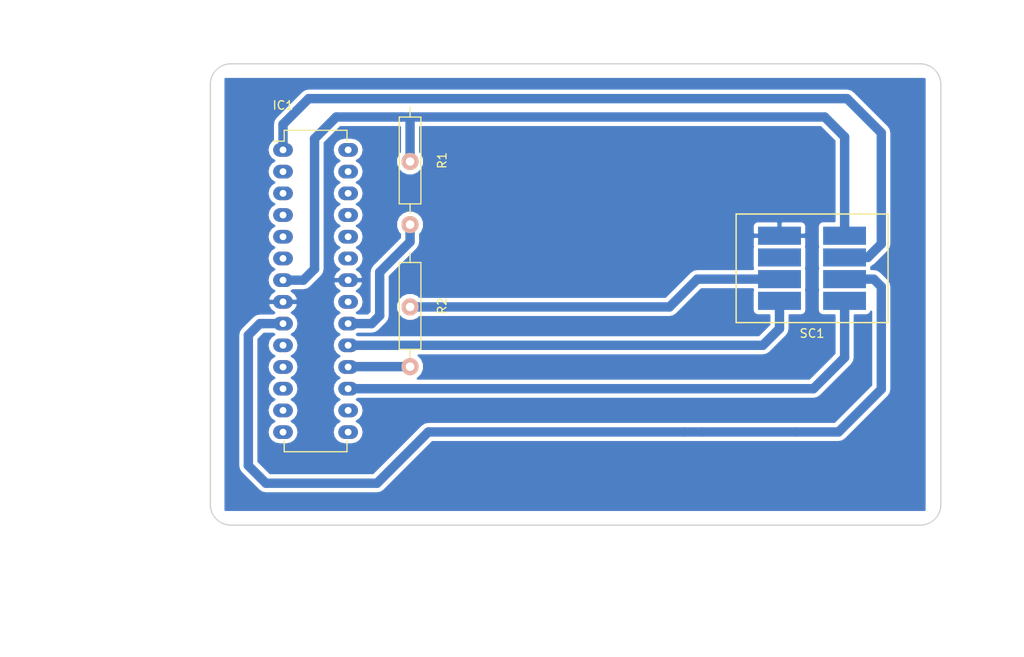
<source format=kicad_pcb>
(kicad_pcb (version 4) (host pcbnew 4.0.5+dfsg1-4)

  (general
    (links 19)
    (no_connects 1)
    (area 87.656999 52.985999 207.491001 129.894001)
    (thickness 1.6)
    (drawings 13)
    (tracks 51)
    (zones 0)
    (modules 4)
    (nets 28)
  )

  (page A4)
  (layers
    (0 F.Cu signal)
    (31 B.Cu signal)
    (32 B.Adhes user)
    (33 F.Adhes user)
    (34 B.Paste user)
    (35 F.Paste user)
    (36 B.SilkS user)
    (37 F.SilkS user)
    (38 B.Mask user)
    (39 F.Mask user)
    (40 Dwgs.User user)
    (41 Cmts.User user)
    (42 Eco1.User user)
    (43 Eco2.User user)
    (44 Edge.Cuts user)
    (45 Margin user)
    (46 B.CrtYd user)
    (47 F.CrtYd user)
    (48 B.Fab user)
    (49 F.Fab user)
  )

  (setup
    (last_trace_width 1.1)
    (user_trace_width 0.2)
    (trace_clearance 0.3)
    (zone_clearance 0.508)
    (zone_45_only yes)
    (trace_min 0.2)
    (segment_width 0.2)
    (edge_width 0.15)
    (via_size 0.6)
    (via_drill 0.5)
    (via_min_size 0.4)
    (via_min_drill 0.3)
    (uvia_size 0.3)
    (uvia_drill 0.1)
    (uvias_allowed no)
    (uvia_min_size 0.2)
    (uvia_min_drill 0.1)
    (pcb_text_width 0.3)
    (pcb_text_size 1.5 1.5)
    (mod_edge_width 0.15)
    (mod_text_size 1 1)
    (mod_text_width 0.15)
    (pad_size 2.3 1.6)
    (pad_drill 0.8)
    (pad_to_mask_clearance 0.2)
    (aux_axis_origin 112.268 60.452)
    (visible_elements FFFFFF7F)
    (pcbplotparams
      (layerselection 0x01000_80000000)
      (usegerberextensions false)
      (excludeedgelayer true)
      (linewidth 0.100000)
      (plotframeref false)
      (viasonmask false)
      (mode 1)
      (useauxorigin true)
      (hpglpennumber 1)
      (hpglpenspeed 20)
      (hpglpendiameter 15)
      (hpglpenoverlay 2)
      (psnegative false)
      (psa4output false)
      (plotreference true)
      (plotvalue true)
      (plotinvisibletext false)
      (padsonsilk false)
      (subtractmaskfromsilk false)
      (outputformat 1)
      (mirror false)
      (drillshape 0)
      (scaleselection 1)
      (outputdirectory gerber/))
  )

  (net 0 "")
  (net 1 "Net-(IC1-Pad1)")
  (net 2 "Net-(IC1-Pad2)")
  (net 3 "Net-(IC1-Pad3)")
  (net 4 "Net-(IC1-Pad4)")
  (net 5 "Net-(IC1-Pad5)")
  (net 6 "Net-(IC1-Pad6)")
  (net 7 +5V)
  (net 8 GND)
  (net 9 "Net-(IC1-Pad9)")
  (net 10 "Net-(IC1-Pad10)")
  (net 11 "Net-(IC1-Pad11)")
  (net 12 "Net-(IC1-Pad12)")
  (net 13 "Net-(IC1-Pad13)")
  (net 14 "Net-(IC1-Pad14)")
  (net 15 "Net-(IC1-Pad15)")
  (net 16 "Net-(IC1-Pad16)")
  (net 17 "Net-(IC1-Pad17)")
  (net 18 "Net-(IC1-Pad18)")
  (net 19 "Net-(IC1-Pad19)")
  (net 20 "Net-(IC1-Pad21)")
  (net 21 "Net-(IC1-Pad23)")
  (net 22 "Net-(IC1-Pad24)")
  (net 23 "Net-(IC1-Pad25)")
  (net 24 "Net-(IC1-Pad26)")
  (net 25 "Net-(IC1-Pad27)")
  (net 26 "Net-(IC1-Pad28)")
  (net 27 "Net-(R2-Pad1)")

  (net_class Default "Ceci est la Netclass par défaut"
    (clearance 0.3)
    (trace_width 1.1)
    (via_dia 0.6)
    (via_drill 0.5)
    (uvia_dia 0.3)
    (uvia_drill 0.1)
    (add_net +5V)
    (add_net GND)
    (add_net "Net-(IC1-Pad1)")
    (add_net "Net-(IC1-Pad10)")
    (add_net "Net-(IC1-Pad11)")
    (add_net "Net-(IC1-Pad12)")
    (add_net "Net-(IC1-Pad13)")
    (add_net "Net-(IC1-Pad14)")
    (add_net "Net-(IC1-Pad15)")
    (add_net "Net-(IC1-Pad16)")
    (add_net "Net-(IC1-Pad17)")
    (add_net "Net-(IC1-Pad18)")
    (add_net "Net-(IC1-Pad19)")
    (add_net "Net-(IC1-Pad2)")
    (add_net "Net-(IC1-Pad21)")
    (add_net "Net-(IC1-Pad23)")
    (add_net "Net-(IC1-Pad24)")
    (add_net "Net-(IC1-Pad25)")
    (add_net "Net-(IC1-Pad26)")
    (add_net "Net-(IC1-Pad27)")
    (add_net "Net-(IC1-Pad28)")
    (add_net "Net-(IC1-Pad3)")
    (add_net "Net-(IC1-Pad4)")
    (add_net "Net-(IC1-Pad5)")
    (add_net "Net-(IC1-Pad6)")
    (add_net "Net-(IC1-Pad9)")
    (add_net "Net-(R2-Pad1)")
  )

  (net_class petit ""
    (clearance 0.3)
    (trace_width 0.5)
    (via_dia 0.6)
    (via_drill 0.5)
    (uvia_dia 0.3)
    (uvia_drill 0.1)
  )

  (net_class pp ""
    (clearance 0.2)
    (trace_width 0.3)
    (via_dia 0.6)
    (via_drill 0.5)
    (uvia_dia 0.3)
    (uvia_drill 0.1)
  )

  (module Resistors_ThroughHole:Resistor_Horizontal_RM15mm (layer F.Cu) (tedit 5950CED4) (tstamp 5950CDF5)
    (at 135.636 81.28 270)
    (descr "Resistor, Axial, RM 15mm,")
    (tags "Resistor Axial RM 15mm")
    (path /5950CE3B)
    (fp_text reference R2 (at 7.5 -3.74904 270) (layer F.SilkS)
      (effects (font (size 1 1) (thickness 0.15)))
    )
    (fp_text value 1R (at 7.5 4.0005 270) (layer F.Fab)
      (effects (font (size 1 1) (thickness 0.15)))
    )
    (fp_line (start -1.25 1.5) (end -1.25 -1.5) (layer F.CrtYd) (width 0.05))
    (fp_line (start -1.25 -1.5) (end 16.25 -1.5) (layer F.CrtYd) (width 0.05))
    (fp_line (start 16.25 -1.5) (end 16.25 1.5) (layer F.CrtYd) (width 0.05))
    (fp_line (start 16.25 1.5) (end -1.25 1.5) (layer F.CrtYd) (width 0.05))
    (fp_line (start 2.42 -1.27) (end 2.42 1.27) (layer F.SilkS) (width 0.15))
    (fp_line (start 2.42 1.27) (end 12.58 1.27) (layer F.SilkS) (width 0.15))
    (fp_line (start 12.58 1.27) (end 12.58 -1.27) (layer F.SilkS) (width 0.15))
    (fp_line (start 12.58 -1.27) (end 2.42 -1.27) (layer F.SilkS) (width 0.15))
    (fp_line (start 13.73 0) (end 12.58 0) (layer F.SilkS) (width 0.15))
    (fp_line (start 1.27 0) (end 2.42 0) (layer F.SilkS) (width 0.15))
    (pad 1 thru_hole circle (at 7.62 0 270) (size 1.99898 1.99898) (drill 1.00076) (layers *.Cu *.SilkS *.Mask)
      (net 27 "Net-(R2-Pad1)"))
    (pad 2 thru_hole circle (at 14.605 0 270) (size 1.99898 1.99898) (drill 1.00076) (layers *.Cu *.SilkS *.Mask)
      (net 18 "Net-(IC1-Pad18)"))
    (model Resistors_ThroughHole.3dshapes/Resistor_Horizontal_RM15mm.wrl
      (at (xyz 0.295 0 0))
      (scale (xyz 0.395 0.4 0.4))
      (rotate (xyz 0 0 0))
    )
  )

  (module Housings_DIP:DIP-28_W7.62mm_LongPads (layer F.Cu) (tedit 5950CA7D) (tstamp 58DFCE96)
    (at 120.7711 70.527)
    (descr "28-lead dip package, row spacing 7.62 mm (300 mils), longer pads")
    (tags "dil dip 2.54 300")
    (path /58DFC490)
    (fp_text reference IC1 (at 0 -5.22) (layer F.SilkS)
      (effects (font (size 1 1) (thickness 0.15)))
    )
    (fp_text value ATMEGA328-P (at -3 13 90) (layer F.Fab)
      (effects (font (size 1 1) (thickness 0.15)))
    )
    (fp_line (start -1.4 -2.45) (end -1.4 35.5) (layer F.CrtYd) (width 0.05))
    (fp_line (start 9 -2.45) (end 9 35.5) (layer F.CrtYd) (width 0.05))
    (fp_line (start -1.4 -2.45) (end 9 -2.45) (layer F.CrtYd) (width 0.05))
    (fp_line (start -1.4 35.5) (end 9 35.5) (layer F.CrtYd) (width 0.05))
    (fp_line (start 0.135 -2.295) (end 0.135 -1.025) (layer F.SilkS) (width 0.15))
    (fp_line (start 7.485 -2.295) (end 7.485 -1.025) (layer F.SilkS) (width 0.15))
    (fp_line (start 7.485 35.315) (end 7.485 34.045) (layer F.SilkS) (width 0.15))
    (fp_line (start 0.135 35.315) (end 0.135 34.045) (layer F.SilkS) (width 0.15))
    (fp_line (start 0.135 -2.295) (end 7.485 -2.295) (layer F.SilkS) (width 0.15))
    (fp_line (start 0.135 35.315) (end 7.485 35.315) (layer F.SilkS) (width 0.15))
    (fp_line (start 0.135 -1.025) (end -1.15 -1.025) (layer F.SilkS) (width 0.15))
    (pad 1 thru_hole oval (at 0 0) (size 2.3 1.6) (drill 0.8) (layers *.Cu *.Mask)
      (net 1 "Net-(IC1-Pad1)"))
    (pad 2 thru_hole oval (at 0 2.54) (size 2.3 1.6) (drill 0.8) (layers *.Cu *.Mask)
      (net 2 "Net-(IC1-Pad2)"))
    (pad 3 thru_hole oval (at 0 5.08) (size 2.3 1.6) (drill 0.8) (layers *.Cu *.Mask)
      (net 3 "Net-(IC1-Pad3)"))
    (pad 4 thru_hole oval (at 0 7.62) (size 2.3 1.6) (drill 0.8) (layers *.Cu *.Mask)
      (net 4 "Net-(IC1-Pad4)"))
    (pad 5 thru_hole oval (at 0 10.16) (size 2.3 1.6) (drill 0.8) (layers *.Cu *.Mask)
      (net 5 "Net-(IC1-Pad5)"))
    (pad 6 thru_hole oval (at 0 12.7) (size 2.3 1.6) (drill 0.8) (layers *.Cu *.Mask)
      (net 6 "Net-(IC1-Pad6)"))
    (pad 7 thru_hole oval (at 0 15.24) (size 2.3 1.6) (drill 0.8) (layers *.Cu *.Mask)
      (net 7 +5V))
    (pad 8 thru_hole oval (at 0 17.78) (size 2.3 1.6) (drill 0.8) (layers *.Cu *.Mask)
      (net 8 GND))
    (pad 9 thru_hole oval (at 0 20.32) (size 2.3 1.6) (drill 0.8) (layers *.Cu *.Mask)
      (net 9 "Net-(IC1-Pad9)"))
    (pad 10 thru_hole oval (at 0 22.86) (size 2.3 1.6) (drill 0.8) (layers *.Cu *.Mask)
      (net 10 "Net-(IC1-Pad10)"))
    (pad 11 thru_hole oval (at 0 25.4) (size 2.3 1.6) (drill 0.8) (layers *.Cu *.Mask)
      (net 11 "Net-(IC1-Pad11)"))
    (pad 12 thru_hole oval (at 0 27.94) (size 2.3 1.6) (drill 0.8) (layers *.Cu *.Mask)
      (net 12 "Net-(IC1-Pad12)"))
    (pad 13 thru_hole oval (at 0 30.48) (size 2.3 1.6) (drill 0.8) (layers *.Cu *.Mask)
      (net 13 "Net-(IC1-Pad13)"))
    (pad 14 thru_hole oval (at 0 33.02) (size 2.3 1.6) (drill 0.8) (layers *.Cu *.Mask)
      (net 14 "Net-(IC1-Pad14)"))
    (pad 15 thru_hole oval (at 7.62 33.02) (size 2.3 1.6) (drill 0.8) (layers *.Cu *.Mask)
      (net 15 "Net-(IC1-Pad15)"))
    (pad 16 thru_hole oval (at 7.62 30.48) (size 2.3 1.6) (drill 0.8) (layers *.Cu *.Mask)
      (net 16 "Net-(IC1-Pad16)"))
    (pad 17 thru_hole oval (at 7.62 27.94) (size 2.3 1.6) (drill 0.8) (layers *.Cu *.Mask)
      (net 17 "Net-(IC1-Pad17)"))
    (pad 18 thru_hole oval (at 7.62 25.4) (size 2.3 1.6) (drill 0.8) (layers *.Cu *.Mask)
      (net 18 "Net-(IC1-Pad18)"))
    (pad 19 thru_hole oval (at 7.62 22.86) (size 2.3 1.6) (drill 0.8) (layers *.Cu *.Mask)
      (net 19 "Net-(IC1-Pad19)"))
    (pad 20 thru_hole oval (at 7.62 20.32) (size 2.3 1.6) (drill 0.8) (layers *.Cu *.Mask)
      (net 7 +5V))
    (pad 21 thru_hole oval (at 7.62 17.78) (size 2.3 1.6) (drill 0.8) (layers *.Cu *.Mask)
      (net 20 "Net-(IC1-Pad21)"))
    (pad 22 thru_hole oval (at 7.62 15.24) (size 2.3 1.6) (drill 0.8) (layers *.Cu *.Mask)
      (net 8 GND))
    (pad 23 thru_hole oval (at 7.62 12.7) (size 2.3 1.6) (drill 0.8) (layers *.Cu *.Mask)
      (net 21 "Net-(IC1-Pad23)"))
    (pad 24 thru_hole oval (at 7.62 10.16) (size 2.3 1.6) (drill 0.8) (layers *.Cu *.Mask)
      (net 22 "Net-(IC1-Pad24)"))
    (pad 25 thru_hole oval (at 7.62 7.62) (size 2.3 1.6) (drill 0.8) (layers *.Cu *.Mask)
      (net 23 "Net-(IC1-Pad25)"))
    (pad 26 thru_hole oval (at 7.62 5.08) (size 2.3 1.6) (drill 0.8) (layers *.Cu *.Mask)
      (net 24 "Net-(IC1-Pad26)"))
    (pad 27 thru_hole oval (at 7.62 2.54) (size 2.3 1.6) (drill 0.8) (layers *.Cu *.Mask)
      (net 25 "Net-(IC1-Pad27)"))
    (pad 28 thru_hole oval (at 7.62 0) (size 2.3 1.6) (drill 0.8) (layers *.Cu *.Mask)
      (net 26 "Net-(IC1-Pad28)"))
    (model Housings_DIP.3dshapes/DIP-28_W7.62mm_LongPads.wrl
      (at (xyz 0 0 0))
      (scale (xyz 1 1 1))
      (rotate (xyz 0 0 0))
    )
  )

  (module smart_cart_lib:card_connector_iso7816 (layer F.Cu) (tedit 58DFCB7B) (tstamp 58DFCEAA)
    (at 182.6711 90.727)
    (path /58DFCC3B)
    (fp_text reference SC1 (at 0 1.27) (layer F.SilkS)
      (effects (font (size 1 1) (thickness 0.15)))
    )
    (fp_text value SC_7816 (at 0 -13.97 180) (layer F.Fab)
      (effects (font (size 1 1) (thickness 0.15)))
    )
    (fp_line (start 8.89 -12.7) (end 6.35 -12.7) (layer F.SilkS) (width 0.15))
    (fp_line (start 8.89 0) (end 8.89 -12.7) (layer F.SilkS) (width 0.15))
    (fp_line (start -8.89 0) (end 8.89 0) (layer F.SilkS) (width 0.15))
    (fp_line (start -8.89 -12.7) (end -8.89 0) (layer F.SilkS) (width 0.15))
    (fp_line (start 6.35 -12.7) (end -8.89 -12.7) (layer F.SilkS) (width 0.15))
    (fp_line (start 6.35 -12.7) (end -8.89 -12.7) (layer F.SilkS) (width 0.15))
    (fp_line (start -8.89 -12.7) (end -8.89 0) (layer F.SilkS) (width 0.15))
    (fp_line (start -8.89 0) (end 8.89 0) (layer F.SilkS) (width 0.15))
    (fp_line (start 8.89 0) (end 8.89 -12.7) (layer F.SilkS) (width 0.15))
    (fp_line (start 8.89 -12.7) (end 6.35 -12.7) (layer F.SilkS) (width 0.15))
    (pad c8 connect rect (at -3.81 -2.54) (size 5 2.1) (layers B.Cu F.Mask)
      (net 19 "Net-(IC1-Pad19)"))
    (pad c7 connect rect (at -3.81 -5.08) (size 5 2.1) (layers B.Cu F.Mask)
      (net 27 "Net-(R2-Pad1)"))
    (pad c6 connect rect (at -3.81 -7.62) (size 5 2.1) (layers B.Cu F.Mask))
    (pad c5 connect rect (at -3.81 -10.16) (size 5 2.1) (layers B.Cu F.Mask)
      (net 8 GND))
    (pad c4 connect rect (at 3.81 -2.54) (size 5 2.1) (layers B.Cu F.Mask)
      (net 17 "Net-(IC1-Pad17)"))
    (pad c3 connect rect (at 3.81 -5.08) (size 5 2.1) (layers B.Cu F.Mask)
      (net 9 "Net-(IC1-Pad9)"))
    (pad c2 connect rect (at 3.81 -7.62) (size 5 2.1) (layers B.Cu F.Mask)
      (net 1 "Net-(IC1-Pad1)"))
    (pad c1 connect rect (at 3.81 -10.16) (size 5 2.1) (layers B.Cu F.Mask)
      (net 7 +5V))
    (pad c1 connect rect (at 3.81 -10.16) (size 5 2.1) (layers B.Cu F.Mask)
      (net 7 +5V))
    (pad c2 connect rect (at 3.81 -7.62) (size 5 2.1) (layers B.Cu F.Mask)
      (net 1 "Net-(IC1-Pad1)"))
    (pad c3 connect rect (at 3.81 -5.08) (size 5 2.1) (layers B.Cu F.Mask)
      (net 9 "Net-(IC1-Pad9)"))
    (pad c4 connect rect (at 3.81 -2.54) (size 5 2.1) (layers B.Cu F.Mask)
      (net 17 "Net-(IC1-Pad17)"))
    (pad c5 connect rect (at -3.81 -10.16) (size 5 2.1) (layers B.Cu F.Mask)
      (net 8 GND))
    (pad c6 connect rect (at -3.81 -7.62) (size 5 2.1) (layers B.Cu F.Mask))
    (pad c7 connect rect (at -3.81 -5.08) (size 5 2.1) (layers B.Cu F.Mask)
      (net 27 "Net-(R2-Pad1)"))
    (pad c8 connect rect (at -3.81 -2.54) (size 5 2.1) (layers B.Cu F.Mask)
      (net 19 "Net-(IC1-Pad19)"))
  )

  (module Resistors_ThroughHole:Resistor_Horizontal_RM15mm (layer F.Cu) (tedit 5950CEF8) (tstamp 5950CDEF)
    (at 135.636 64.262 270)
    (descr "Resistor, Axial, RM 15mm,")
    (tags "Resistor Axial RM 15mm")
    (path /5950CD32)
    (fp_text reference R1 (at 7.5 -3.74904 270) (layer F.SilkS)
      (effects (font (size 1 1) (thickness 0.15)))
    )
    (fp_text value 1R (at 7.5 4.0005 270) (layer F.Fab)
      (effects (font (size 1 1) (thickness 0.15)))
    )
    (fp_line (start -1.25 1.5) (end -1.25 -1.5) (layer F.CrtYd) (width 0.05))
    (fp_line (start -1.25 -1.5) (end 16.25 -1.5) (layer F.CrtYd) (width 0.05))
    (fp_line (start 16.25 -1.5) (end 16.25 1.5) (layer F.CrtYd) (width 0.05))
    (fp_line (start 16.25 1.5) (end -1.25 1.5) (layer F.CrtYd) (width 0.05))
    (fp_line (start 2.42 -1.27) (end 2.42 1.27) (layer F.SilkS) (width 0.15))
    (fp_line (start 2.42 1.27) (end 12.58 1.27) (layer F.SilkS) (width 0.15))
    (fp_line (start 12.58 1.27) (end 12.58 -1.27) (layer F.SilkS) (width 0.15))
    (fp_line (start 12.58 -1.27) (end 2.42 -1.27) (layer F.SilkS) (width 0.15))
    (fp_line (start 13.73 0) (end 12.58 0) (layer F.SilkS) (width 0.15))
    (fp_line (start 1.27 0) (end 2.42 0) (layer F.SilkS) (width 0.15))
    (pad 1 thru_hole circle (at 7.62 0 270) (size 1.99898 1.99898) (drill 1.00076) (layers *.Cu *.SilkS *.Mask)
      (net 7 +5V))
    (pad 2 thru_hole circle (at 15 0 270) (size 1.99898 1.99898) (drill 1.00076) (layers *.Cu *.SilkS *.Mask)
      (net 7 +5V))
    (model Resistors_ThroughHole.3dshapes/Resistor_Horizontal_RM15mm.wrl
      (at (xyz 0.295 0 0))
      (scale (xyz 0.395 0.4 0.4))
      (rotate (xyz 0 0 0))
    )
  )

  (gr_line (start 197.739 62.865) (end 197.739 112.014) (angle 90) (layer Edge.Cuts) (width 0.15))
  (gr_line (start 114.681 114.427) (end 195.326 114.427) (angle 90) (layer Edge.Cuts) (width 0.15))
  (gr_line (start 112.268 62.865) (end 112.268 112.014) (angle 90) (layer Edge.Cuts) (width 0.15))
  (gr_line (start 195.326 60.452) (end 114.681 60.452) (angle 90) (layer Edge.Cuts) (width 0.15))
  (gr_arc (start 195.326 112.014) (end 197.739 112.014) (angle 90) (layer Edge.Cuts) (width 0.15))
  (gr_arc (start 114.681 112.014) (end 114.681 114.427) (angle 90) (layer Edge.Cuts) (width 0.15))
  (gr_arc (start 114.681 62.865) (end 112.268 62.865) (angle 90) (layer Edge.Cuts) (width 0.15))
  (gr_arc (start 195.326 62.865) (end 195.326 60.452) (angle 90) (layer Edge.Cuts) (width 0.15))
  (gr_line (start 112.268 119.634) (end 112.268 55.245) (angle 90) (layer Cmts.User) (width 0.2))
  (gr_line (start 112.395 119.761) (end 112.268 119.634) (angle 90) (layer Cmts.User) (width 0.2))
  (gr_line (start 201.168 114.427) (end 106.426 114.427) (angle 90) (layer Cmts.User) (width 0.2))
  (gr_line (start 197.739 53.086) (end 197.739 129.794) (angle 90) (layer Cmts.User) (width 0.2))
  (gr_line (start 207.391 60.452) (end 87.757 60.452) (angle 90) (layer Cmts.User) (width 0.2))

  (segment (start 120.7711 70.527) (end 120.7711 67.527) (width 1.1) (layer B.Cu) (net 1))
  (segment (start 120.7711 67.527) (end 123.7711 64.527) (width 1.1) (layer B.Cu) (net 1) (tstamp 58DFDC70))
  (segment (start 186.4811 83.107) (end 189.1911 83.107) (width 1.1) (layer B.Cu) (net 1))
  (segment (start 189.1911 83.107) (end 190.7711 81.527) (width 1.1) (layer B.Cu) (net 1) (tstamp 58DFD7E4))
  (segment (start 190.7711 81.527) (end 190.7711 68.527) (width 1.1) (layer B.Cu) (net 1) (tstamp 58DFD7E5))
  (segment (start 190.7711 68.527) (end 186.7711 64.527) (width 1.1) (layer B.Cu) (net 1) (tstamp 58DFD7E6))
  (segment (start 186.7711 64.527) (end 123.7711 64.527) (width 1.1) (layer B.Cu) (net 1) (tstamp 58DFD7E7))
  (segment (start 135.636 71.882) (end 135.636 66.675) (width 1.1) (layer B.Cu) (net 7))
  (segment (start 135.636 66.675) (end 135.636 66.929) (width 1.1) (layer B.Cu) (net 7) (tstamp 5950EF51))
  (segment (start 135.636 66.929) (end 135.636 66.675) (width 1.1) (layer B.Cu) (net 7) (tstamp 5950EF54))
  (segment (start 135.636 79.262) (end 135.636 81.28) (width 1.1) (layer B.Cu) (net 7))
  (segment (start 131.149 90.847) (end 128.3911 90.847) (width 1.1) (layer B.Cu) (net 7) (tstamp 5950EF47))
  (segment (start 132.08 89.916) (end 131.149 90.847) (width 1.1) (layer B.Cu) (net 7) (tstamp 5950EF46))
  (segment (start 132.08 84.836) (end 132.08 89.916) (width 1.1) (layer B.Cu) (net 7) (tstamp 5950EF44))
  (segment (start 135.636 81.28) (end 132.08 84.836) (width 1.1) (layer B.Cu) (net 7) (tstamp 5950EF43))
  (segment (start 134.62 66.675) (end 135.636 66.675) (width 1.1) (layer B.Cu) (net 7))
  (segment (start 135.636 66.675) (end 184.15 66.675) (width 1.1) (layer B.Cu) (net 7) (tstamp 5950EF55))
  (segment (start 186.4811 69.0061) (end 186.4811 80.567) (width 1.1) (layer B.Cu) (net 7) (tstamp 5950CFD0))
  (segment (start 184.15 66.675) (end 186.4811 69.0061) (width 1.1) (layer B.Cu) (net 7) (tstamp 5950CFCD))
  (segment (start 134.62 66.675) (end 127 66.675) (width 1.1) (layer B.Cu) (net 7))
  (segment (start 123.148 85.767) (end 120.7711 85.767) (width 1.1) (layer B.Cu) (net 7) (tstamp 5950CFAC))
  (segment (start 124.46 84.455) (end 123.148 85.767) (width 1.1) (layer B.Cu) (net 7) (tstamp 5950CFAB))
  (segment (start 124.46 69.215) (end 124.46 84.455) (width 1.1) (layer B.Cu) (net 7) (tstamp 5950CFA7))
  (segment (start 127 66.675) (end 124.46 69.215) (width 1.1) (layer B.Cu) (net 7) (tstamp 5950CFA1))
  (segment (start 128.5511 85.607) (end 128.3911 85.767) (width 1.1) (layer B.Cu) (net 8) (tstamp 58DFD805))
  (segment (start 118.491 90.847) (end 118.068 90.847) (width 1.1) (layer B.Cu) (net 9))
  (segment (start 116.713 92.202) (end 116.713 107.4689) (width 1.1) (layer B.Cu) (net 9) (tstamp 5950D773))
  (segment (start 118.068 90.847) (end 116.713 92.202) (width 1.1) (layer B.Cu) (net 9) (tstamp 5950D770))
  (segment (start 180.7711 103.527) (end 169.7711 103.527) (width 1.1) (layer B.Cu) (net 9))
  (segment (start 169.7711 103.527) (end 167.7711 103.527) (width 1.1) (layer B.Cu) (net 9) (tstamp 58DFD9F2))
  (segment (start 186.4811 85.647) (end 189.8911 85.647) (width 1.1) (layer B.Cu) (net 9))
  (segment (start 118.7711 109.527) (end 116.713 107.4689) (width 1.1) (layer B.Cu) (net 9) (tstamp 58DFD7DE))
  (segment (start 131.7711 109.527) (end 118.7711 109.527) (width 1.1) (layer B.Cu) (net 9) (tstamp 58DFD7DC))
  (segment (start 137.7711 103.527) (end 131.7711 109.527) (width 1.1) (layer B.Cu) (net 9) (tstamp 58DFD7DA))
  (segment (start 185.7711 103.527) (end 180.7711 103.527) (width 1.1) (layer B.Cu) (net 9) (tstamp 58DFD7D8))
  (segment (start 167.7711 103.527) (end 137.7711 103.527) (width 1.1) (layer B.Cu) (net 9) (tstamp 58DFD9F5))
  (segment (start 190.7711 98.527) (end 185.7711 103.527) (width 1.1) (layer B.Cu) (net 9) (tstamp 58DFD7D6))
  (segment (start 190.7711 86.527) (end 190.7711 98.527) (width 1.1) (layer B.Cu) (net 9) (tstamp 58DFD7D5))
  (segment (start 189.8911 85.647) (end 190.7711 86.527) (width 1.1) (layer B.Cu) (net 9) (tstamp 58DFD7D4))
  (segment (start 118.491 90.847) (end 120.7711 90.847) (width 1.1) (layer B.Cu) (net 9) (tstamp 5950D76E))
  (segment (start 186.4811 88.187) (end 186.4811 94.817) (width 1.1) (layer B.Cu) (net 17))
  (segment (start 182.8311 98.467) (end 128.3911 98.467) (width 1.1) (layer B.Cu) (net 17) (tstamp 58DFD7CB))
  (segment (start 186.4811 94.817) (end 182.8311 98.467) (width 1.1) (layer B.Cu) (net 17) (tstamp 58DFD7CA))
  (segment (start 135.636 95.885) (end 128.4331 95.885) (width 1.1) (layer B.Cu) (net 18))
  (segment (start 128.4331 95.885) (end 128.3911 95.927) (width 1.1) (layer B.Cu) (net 18) (tstamp 5950EF40))
  (segment (start 178.8611 88.187) (end 178.8611 91.437) (width 1.1) (layer B.Cu) (net 19))
  (segment (start 176.9111 93.387) (end 128.3911 93.387) (width 1.1) (layer B.Cu) (net 19) (tstamp 58DFD7CF))
  (segment (start 178.8611 91.437) (end 176.9111 93.387) (width 1.1) (layer B.Cu) (net 19) (tstamp 58DFD7CE))
  (segment (start 178.8611 85.647) (end 169.242 85.647) (width 1.1) (layer B.Cu) (net 27))
  (segment (start 165.989 88.9) (end 135.636 88.9) (width 1.1) (layer B.Cu) (net 27) (tstamp 5950EF4D))
  (segment (start 169.242 85.647) (end 165.989 88.9) (width 1.1) (layer B.Cu) (net 27) (tstamp 5950EF4B))

  (zone (net 8) (net_name GND) (layer B.Cu) (tstamp 5950F434) (hatch edge 0.508)
    (connect_pads (clearance 0.508))
    (min_thickness 0.254)
    (fill yes (arc_segments 16) (thermal_gap 0.508) (thermal_bridge_width 0.508))
    (polygon
      (pts
        (xy 195.961 112.776) (xy 113.919 112.776) (xy 113.919 62.103) (xy 195.961 62.103)
      )
    )
    (filled_polygon
      (pts
        (xy 195.834 112.649) (xy 114.046 112.649) (xy 114.046 92.202) (xy 115.527999 92.202) (xy 115.528 92.202005)
        (xy 115.528 107.468895) (xy 115.527999 107.4689) (xy 115.618203 107.92238) (xy 115.875078 108.306822) (xy 117.933176 110.364919)
        (xy 117.933178 110.364922) (xy 118.31762 110.621797) (xy 118.7711 110.712001) (xy 118.771105 110.712) (xy 131.771095 110.712)
        (xy 131.7711 110.712001) (xy 132.22458 110.621797) (xy 132.609022 110.364922) (xy 138.261943 104.712) (xy 185.771095 104.712)
        (xy 185.7711 104.712001) (xy 186.22458 104.621797) (xy 186.609022 104.364922) (xy 191.609019 99.364924) (xy 191.609022 99.364922)
        (xy 191.865897 98.98048) (xy 191.880863 98.905242) (xy 191.956101 98.527) (xy 191.9561 98.526995) (xy 191.9561 86.527005)
        (xy 191.956101 86.527) (xy 191.865897 86.07352) (xy 191.745946 85.894) (xy 191.609022 85.689078) (xy 191.609019 85.689076)
        (xy 190.729022 84.809078) (xy 190.34458 84.552203) (xy 189.8911 84.461999) (xy 189.891095 84.462) (xy 189.603138 84.462)
        (xy 189.585624 84.368924) (xy 189.618414 84.207002) (xy 189.64458 84.201797) (xy 190.029022 83.944922) (xy 191.609019 82.364924)
        (xy 191.609022 82.364922) (xy 191.865897 81.98048) (xy 191.9561 81.527) (xy 191.9561 68.527) (xy 191.865897 68.07352)
        (xy 191.609022 67.689078) (xy 191.609019 67.689076) (xy 187.609022 63.689078) (xy 187.22458 63.432203) (xy 186.7711 63.341999)
        (xy 186.771095 63.342) (xy 123.771105 63.342) (xy 123.7711 63.341999) (xy 123.392858 63.417237) (xy 123.31762 63.432203)
        (xy 122.933178 63.689078) (xy 122.933176 63.689081) (xy 119.933178 66.689078) (xy 119.676303 67.07352) (xy 119.586099 67.527)
        (xy 119.5861 67.527005) (xy 119.5861 69.368865) (xy 119.371432 69.512302) (xy 119.060363 69.977849) (xy 118.95113 70.527)
        (xy 119.060363 71.076151) (xy 119.371432 71.541698) (xy 119.753518 71.797) (xy 119.371432 72.052302) (xy 119.060363 72.517849)
        (xy 118.95113 73.067) (xy 119.060363 73.616151) (xy 119.371432 74.081698) (xy 119.753518 74.337) (xy 119.371432 74.592302)
        (xy 119.060363 75.057849) (xy 118.95113 75.607) (xy 119.060363 76.156151) (xy 119.371432 76.621698) (xy 119.753518 76.877)
        (xy 119.371432 77.132302) (xy 119.060363 77.597849) (xy 118.95113 78.147) (xy 119.060363 78.696151) (xy 119.371432 79.161698)
        (xy 119.753518 79.417) (xy 119.371432 79.672302) (xy 119.060363 80.137849) (xy 118.95113 80.687) (xy 119.060363 81.236151)
        (xy 119.371432 81.701698) (xy 119.753518 81.957) (xy 119.371432 82.212302) (xy 119.060363 82.677849) (xy 118.95113 83.227)
        (xy 119.060363 83.776151) (xy 119.371432 84.241698) (xy 119.753518 84.497) (xy 119.371432 84.752302) (xy 119.060363 85.217849)
        (xy 118.95113 85.767) (xy 119.060363 86.316151) (xy 119.371432 86.781698) (xy 119.749251 87.034149) (xy 119.3166 87.382104)
        (xy 119.046733 87.875181) (xy 119.029196 87.957961) (xy 119.151185 88.18) (xy 120.6441 88.18) (xy 120.6441 88.16)
        (xy 120.8981 88.16) (xy 120.8981 88.18) (xy 122.391015 88.18) (xy 122.513004 87.957961) (xy 122.495467 87.875181)
        (xy 122.2256 87.382104) (xy 121.792949 87.034149) (xy 121.915893 86.952) (xy 123.147995 86.952) (xy 123.148 86.952001)
        (xy 123.60148 86.861797) (xy 123.985922 86.604922) (xy 125.297919 85.292924) (xy 125.297922 85.292922) (xy 125.554797 84.90848)
        (xy 125.569214 84.836) (xy 125.645001 84.455) (xy 125.645 84.454995) (xy 125.645 70.527) (xy 126.57113 70.527)
        (xy 126.680363 71.076151) (xy 126.991432 71.541698) (xy 127.373518 71.797) (xy 126.991432 72.052302) (xy 126.680363 72.517849)
        (xy 126.57113 73.067) (xy 126.680363 73.616151) (xy 126.991432 74.081698) (xy 127.373518 74.337) (xy 126.991432 74.592302)
        (xy 126.680363 75.057849) (xy 126.57113 75.607) (xy 126.680363 76.156151) (xy 126.991432 76.621698) (xy 127.373518 76.877)
        (xy 126.991432 77.132302) (xy 126.680363 77.597849) (xy 126.57113 78.147) (xy 126.680363 78.696151) (xy 126.991432 79.161698)
        (xy 127.373518 79.417) (xy 126.991432 79.672302) (xy 126.680363 80.137849) (xy 126.57113 80.687) (xy 126.680363 81.236151)
        (xy 126.991432 81.701698) (xy 127.373518 81.957) (xy 126.991432 82.212302) (xy 126.680363 82.677849) (xy 126.57113 83.227)
        (xy 126.680363 83.776151) (xy 126.991432 84.241698) (xy 127.369251 84.494149) (xy 126.9366 84.842104) (xy 126.666733 85.335181)
        (xy 126.649196 85.417961) (xy 126.771185 85.64) (xy 128.2641 85.64) (xy 128.2641 85.62) (xy 128.5181 85.62)
        (xy 128.5181 85.64) (xy 130.011015 85.64) (xy 130.133004 85.417961) (xy 130.115467 85.335181) (xy 129.8456 84.842104)
        (xy 129.412949 84.494149) (xy 129.790768 84.241698) (xy 130.101837 83.776151) (xy 130.21107 83.227) (xy 130.101837 82.677849)
        (xy 129.790768 82.212302) (xy 129.408682 81.957) (xy 129.790768 81.701698) (xy 130.101837 81.236151) (xy 130.21107 80.687)
        (xy 130.101837 80.137849) (xy 129.790768 79.672302) (xy 129.408682 79.417) (xy 129.790768 79.161698) (xy 130.101837 78.696151)
        (xy 130.21107 78.147) (xy 130.101837 77.597849) (xy 129.790768 77.132302) (xy 129.408682 76.877) (xy 129.790768 76.621698)
        (xy 130.101837 76.156151) (xy 130.21107 75.607) (xy 130.101837 75.057849) (xy 129.790768 74.592302) (xy 129.408682 74.337)
        (xy 129.790768 74.081698) (xy 130.101837 73.616151) (xy 130.21107 73.067) (xy 130.101837 72.517849) (xy 129.790768 72.052302)
        (xy 129.408682 71.797) (xy 129.790768 71.541698) (xy 130.101837 71.076151) (xy 130.21107 70.527) (xy 130.101837 69.977849)
        (xy 129.790768 69.512302) (xy 129.325221 69.201233) (xy 128.77607 69.092) (xy 128.00613 69.092) (xy 127.456979 69.201233)
        (xy 126.991432 69.512302) (xy 126.680363 69.977849) (xy 126.57113 70.527) (xy 125.645 70.527) (xy 125.645 69.705844)
        (xy 127.490843 67.86) (xy 134.451 67.86) (xy 134.451 70.755429) (xy 134.251154 70.954927) (xy 134.001794 71.555453)
        (xy 134.001226 72.205694) (xy 134.249538 72.806655) (xy 134.708927 73.266846) (xy 135.309453 73.516206) (xy 135.959694 73.516774)
        (xy 136.560655 73.268462) (xy 137.020846 72.809073) (xy 137.270206 72.208547) (xy 137.270774 71.558306) (xy 137.022462 70.957345)
        (xy 136.821 70.755531) (xy 136.821 67.86) (xy 183.659156 67.86) (xy 185.2961 69.496943) (xy 185.2961 78.86956)
        (xy 183.9811 78.86956) (xy 183.745783 78.913838) (xy 183.529659 79.05291) (xy 183.384669 79.26511) (xy 183.33366 79.517)
        (xy 183.33366 81.617) (xy 183.376576 81.845076) (xy 183.33366 82.057) (xy 183.33366 84.157) (xy 183.376576 84.385076)
        (xy 183.33366 84.597) (xy 183.33366 86.697) (xy 183.376576 86.925076) (xy 183.33366 87.137) (xy 183.33366 89.237)
        (xy 183.377938 89.472317) (xy 183.51701 89.688441) (xy 183.72921 89.833431) (xy 183.9811 89.88444) (xy 185.2961 89.88444)
        (xy 185.2961 94.326157) (xy 182.340256 97.282) (xy 136.535151 97.282) (xy 136.560655 97.271462) (xy 137.020846 96.812073)
        (xy 137.270206 96.211547) (xy 137.270774 95.561306) (xy 137.022462 94.960345) (xy 136.634794 94.572) (xy 176.911095 94.572)
        (xy 176.9111 94.572001) (xy 177.36458 94.481797) (xy 177.749022 94.224922) (xy 179.699019 92.274924) (xy 179.699022 92.274922)
        (xy 179.955897 91.89048) (xy 180.0461 91.437) (xy 180.0461 89.88444) (xy 181.3611 89.88444) (xy 181.596417 89.840162)
        (xy 181.812541 89.70109) (xy 181.957531 89.48889) (xy 182.00854 89.237) (xy 182.00854 87.137) (xy 181.965624 86.908924)
        (xy 182.00854 86.697) (xy 182.00854 84.597) (xy 181.965624 84.368924) (xy 182.00854 84.157) (xy 182.00854 82.057)
        (xy 181.964262 81.821683) (xy 181.963882 81.821092) (xy 181.9961 81.74331) (xy 181.9961 80.85275) (xy 181.83735 80.694)
        (xy 178.9881 80.694) (xy 178.9881 80.714) (xy 178.7341 80.714) (xy 178.7341 80.694) (xy 175.88485 80.694)
        (xy 175.7261 80.85275) (xy 175.7261 81.74331) (xy 175.76041 81.826142) (xy 175.71366 82.057) (xy 175.71366 84.157)
        (xy 175.756576 84.385076) (xy 175.740998 84.462) (xy 169.242005 84.462) (xy 169.242 84.461999) (xy 168.863758 84.537237)
        (xy 168.78852 84.552203) (xy 168.404078 84.809078) (xy 168.404076 84.809081) (xy 165.498156 87.715) (xy 136.762571 87.715)
        (xy 136.563073 87.515154) (xy 135.962547 87.265794) (xy 135.312306 87.265226) (xy 134.711345 87.513538) (xy 134.251154 87.972927)
        (xy 134.001794 88.573453) (xy 134.001226 89.223694) (xy 134.249538 89.824655) (xy 134.708927 90.284846) (xy 135.309453 90.534206)
        (xy 135.959694 90.534774) (xy 136.560655 90.286462) (xy 136.762469 90.085) (xy 165.988995 90.085) (xy 165.989 90.085001)
        (xy 166.44248 89.994797) (xy 166.826922 89.737922) (xy 169.732843 86.832) (xy 175.739062 86.832) (xy 175.756576 86.925076)
        (xy 175.71366 87.137) (xy 175.71366 89.237) (xy 175.757938 89.472317) (xy 175.89701 89.688441) (xy 176.10921 89.833431)
        (xy 176.3611 89.88444) (xy 177.6761 89.88444) (xy 177.6761 90.946157) (xy 176.420256 92.202) (xy 129.535893 92.202)
        (xy 129.408682 92.117) (xy 129.535893 92.032) (xy 131.148995 92.032) (xy 131.149 92.032001) (xy 131.60248 91.941797)
        (xy 131.986922 91.684922) (xy 132.917919 90.753924) (xy 132.917922 90.753922) (xy 133.174797 90.36948) (xy 133.231384 90.085)
        (xy 133.265001 89.916) (xy 133.265 89.915995) (xy 133.265 85.326844) (xy 136.473919 82.117924) (xy 136.473922 82.117922)
        (xy 136.730797 81.73348) (xy 136.821 81.28) (xy 136.821 80.388571) (xy 137.020846 80.189073) (xy 137.270206 79.588547)
        (xy 137.270378 79.39069) (xy 175.7261 79.39069) (xy 175.7261 80.28125) (xy 175.88485 80.44) (xy 178.7341 80.44)
        (xy 178.7341 79.04075) (xy 178.9881 79.04075) (xy 178.9881 80.44) (xy 181.83735 80.44) (xy 181.9961 80.28125)
        (xy 181.9961 79.39069) (xy 181.899427 79.157301) (xy 181.720798 78.978673) (xy 181.487409 78.882) (xy 179.14685 78.882)
        (xy 178.9881 79.04075) (xy 178.7341 79.04075) (xy 178.57535 78.882) (xy 176.234791 78.882) (xy 176.001402 78.978673)
        (xy 175.822773 79.157301) (xy 175.7261 79.39069) (xy 137.270378 79.39069) (xy 137.270774 78.938306) (xy 137.022462 78.337345)
        (xy 136.563073 77.877154) (xy 135.962547 77.627794) (xy 135.312306 77.627226) (xy 134.711345 77.875538) (xy 134.251154 78.334927)
        (xy 134.001794 78.935453) (xy 134.001226 79.585694) (xy 134.249538 80.186655) (xy 134.451 80.388469) (xy 134.451 80.789157)
        (xy 131.242078 83.998078) (xy 130.985203 84.38252) (xy 130.894999 84.836) (xy 130.895 84.836005) (xy 130.895 89.425157)
        (xy 130.658156 89.662) (xy 129.535893 89.662) (xy 129.408682 89.577) (xy 129.790768 89.321698) (xy 130.101837 88.856151)
        (xy 130.21107 88.307) (xy 130.101837 87.757849) (xy 129.790768 87.292302) (xy 129.412949 87.039851) (xy 129.8456 86.691896)
        (xy 130.115467 86.198819) (xy 130.133004 86.116039) (xy 130.011015 85.894) (xy 128.5181 85.894) (xy 128.5181 85.914)
        (xy 128.2641 85.914) (xy 128.2641 85.894) (xy 126.771185 85.894) (xy 126.649196 86.116039) (xy 126.666733 86.198819)
        (xy 126.9366 86.691896) (xy 127.369251 87.039851) (xy 126.991432 87.292302) (xy 126.680363 87.757849) (xy 126.57113 88.307)
        (xy 126.680363 88.856151) (xy 126.991432 89.321698) (xy 127.373518 89.577) (xy 126.991432 89.832302) (xy 126.680363 90.297849)
        (xy 126.57113 90.847) (xy 126.680363 91.396151) (xy 126.991432 91.861698) (xy 127.373518 92.117) (xy 126.991432 92.372302)
        (xy 126.680363 92.837849) (xy 126.57113 93.387) (xy 126.680363 93.936151) (xy 126.991432 94.401698) (xy 127.373518 94.657)
        (xy 126.991432 94.912302) (xy 126.680363 95.377849) (xy 126.57113 95.927) (xy 126.680363 96.476151) (xy 126.991432 96.941698)
        (xy 127.373518 97.197) (xy 126.991432 97.452302) (xy 126.680363 97.917849) (xy 126.57113 98.467) (xy 126.680363 99.016151)
        (xy 126.991432 99.481698) (xy 127.373518 99.737) (xy 126.991432 99.992302) (xy 126.680363 100.457849) (xy 126.57113 101.007)
        (xy 126.680363 101.556151) (xy 126.991432 102.021698) (xy 127.373518 102.277) (xy 126.991432 102.532302) (xy 126.680363 102.997849)
        (xy 126.57113 103.547) (xy 126.680363 104.096151) (xy 126.991432 104.561698) (xy 127.456979 104.872767) (xy 128.00613 104.982)
        (xy 128.77607 104.982) (xy 129.325221 104.872767) (xy 129.790768 104.561698) (xy 130.101837 104.096151) (xy 130.21107 103.547)
        (xy 130.101837 102.997849) (xy 129.790768 102.532302) (xy 129.408682 102.277) (xy 129.790768 102.021698) (xy 130.101837 101.556151)
        (xy 130.21107 101.007) (xy 130.101837 100.457849) (xy 129.790768 99.992302) (xy 129.408682 99.737) (xy 129.535893 99.652)
        (xy 182.831095 99.652) (xy 182.8311 99.652001) (xy 183.28458 99.561797) (xy 183.669022 99.304922) (xy 187.319019 95.654924)
        (xy 187.319022 95.654922) (xy 187.575897 95.27048) (xy 187.575898 95.270479) (xy 187.666101 94.817) (xy 187.6661 94.816995)
        (xy 187.6661 89.88444) (xy 188.9811 89.88444) (xy 189.216417 89.840162) (xy 189.432541 89.70109) (xy 189.577531 89.48889)
        (xy 189.5861 89.446575) (xy 189.5861 98.036157) (xy 185.280256 102.342) (xy 137.7711 102.342) (xy 137.31762 102.432203)
        (xy 136.933178 102.689078) (xy 136.933176 102.689081) (xy 131.280256 108.342) (xy 119.261943 108.342) (xy 117.898 106.978056)
        (xy 117.898 92.692844) (xy 118.558843 92.032) (xy 119.626307 92.032) (xy 119.753518 92.117) (xy 119.371432 92.372302)
        (xy 119.060363 92.837849) (xy 118.95113 93.387) (xy 119.060363 93.936151) (xy 119.371432 94.401698) (xy 119.753518 94.657)
        (xy 119.371432 94.912302) (xy 119.060363 95.377849) (xy 118.95113 95.927) (xy 119.060363 96.476151) (xy 119.371432 96.941698)
        (xy 119.753518 97.197) (xy 119.371432 97.452302) (xy 119.060363 97.917849) (xy 118.95113 98.467) (xy 119.060363 99.016151)
        (xy 119.371432 99.481698) (xy 119.753518 99.737) (xy 119.371432 99.992302) (xy 119.060363 100.457849) (xy 118.95113 101.007)
        (xy 119.060363 101.556151) (xy 119.371432 102.021698) (xy 119.753518 102.277) (xy 119.371432 102.532302) (xy 119.060363 102.997849)
        (xy 118.95113 103.547) (xy 119.060363 104.096151) (xy 119.371432 104.561698) (xy 119.836979 104.872767) (xy 120.38613 104.982)
        (xy 121.15607 104.982) (xy 121.705221 104.872767) (xy 122.170768 104.561698) (xy 122.481837 104.096151) (xy 122.59107 103.547)
        (xy 122.481837 102.997849) (xy 122.170768 102.532302) (xy 121.788682 102.277) (xy 122.170768 102.021698) (xy 122.481837 101.556151)
        (xy 122.59107 101.007) (xy 122.481837 100.457849) (xy 122.170768 99.992302) (xy 121.788682 99.737) (xy 122.170768 99.481698)
        (xy 122.481837 99.016151) (xy 122.59107 98.467) (xy 122.481837 97.917849) (xy 122.170768 97.452302) (xy 121.788682 97.197)
        (xy 122.170768 96.941698) (xy 122.481837 96.476151) (xy 122.59107 95.927) (xy 122.481837 95.377849) (xy 122.170768 94.912302)
        (xy 121.788682 94.657) (xy 122.170768 94.401698) (xy 122.481837 93.936151) (xy 122.59107 93.387) (xy 122.481837 92.837849)
        (xy 122.170768 92.372302) (xy 121.788682 92.117) (xy 122.170768 91.861698) (xy 122.481837 91.396151) (xy 122.59107 90.847)
        (xy 122.481837 90.297849) (xy 122.170768 89.832302) (xy 121.792949 89.579851) (xy 122.2256 89.231896) (xy 122.495467 88.738819)
        (xy 122.513004 88.656039) (xy 122.391015 88.434) (xy 120.8981 88.434) (xy 120.8981 88.454) (xy 120.6441 88.454)
        (xy 120.6441 88.434) (xy 119.151185 88.434) (xy 119.029196 88.656039) (xy 119.046733 88.738819) (xy 119.3166 89.231896)
        (xy 119.749251 89.579851) (xy 119.626307 89.662) (xy 118.068 89.662) (xy 117.61452 89.752203) (xy 117.230078 90.009078)
        (xy 117.230076 90.009081) (xy 115.875078 91.364078) (xy 115.618203 91.74852) (xy 115.527999 92.202) (xy 114.046 92.202)
        (xy 114.046 62.23) (xy 195.834 62.23)
      )
    )
  )
)

</source>
